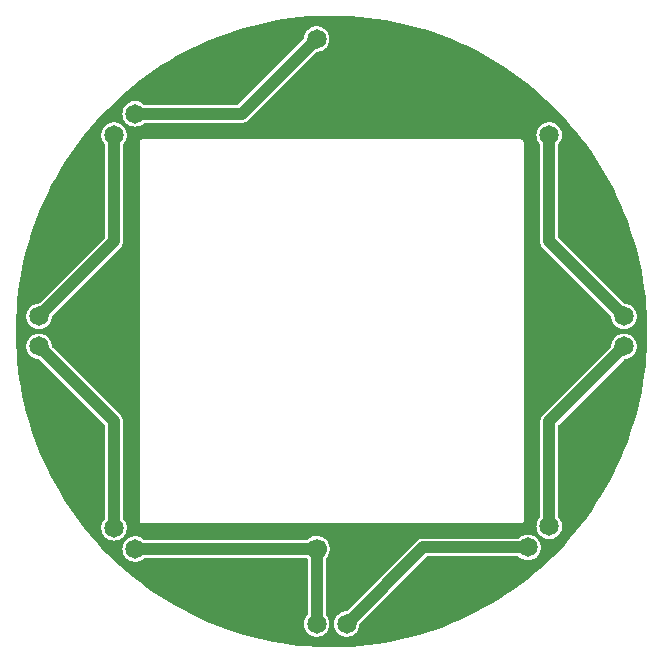
<source format=gtl>
G04 Layer: TopLayer*
G04 EasyEDA v6.5.39, 2025-03-28 13:23:23*
G04 2f9429476ae1470bb185fcf52c2c0986,953214928e7c43af8b9c7e5a0e4489c6,10*
G04 Gerber Generator version 0.2*
G04 Scale: 100 percent, Rotated: No, Reflected: No *
G04 Dimensions in millimeters *
G04 leading zeros omitted , absolute positions ,4 integer and 5 decimal *
%FSLAX45Y45*%
%MOMM*%

%ADD10C,1.0000*%
%ADD11R,1.7000X1.5748*%
%ADD12C,1.7000*%
%ADD13C,1.6510*%

%LPD*%
G36*
X2875686Y56489D02*
G01*
X2802331Y56997D01*
X2729026Y59486D01*
X2655773Y64058D01*
X2582722Y70561D01*
X2509824Y79095D01*
X2437231Y89662D01*
X2364943Y102158D01*
X2293010Y116687D01*
X2221534Y133146D01*
X2150516Y151587D01*
X2080006Y171958D01*
X2010105Y194208D01*
X1940864Y218440D01*
X1872284Y244500D01*
X1804466Y272491D01*
X1737410Y302310D01*
X1671218Y333959D01*
X1605940Y367385D01*
X1541576Y402590D01*
X1478229Y439572D01*
X1415897Y478282D01*
X1354632Y518668D01*
X1294536Y560730D01*
X1235557Y604469D01*
X1177848Y649732D01*
X1121410Y696620D01*
X1066292Y744982D01*
X1012494Y794867D01*
X960069Y846226D01*
X909066Y899007D01*
X859586Y953160D01*
X811580Y1008634D01*
X765098Y1065377D01*
X720191Y1123442D01*
X676910Y1182674D01*
X635254Y1243076D01*
X595325Y1304594D01*
X557022Y1367180D01*
X520496Y1430832D01*
X485749Y1495399D01*
X452729Y1560931D01*
X421538Y1627378D01*
X392226Y1694586D01*
X364744Y1762607D01*
X339090Y1831390D01*
X315366Y1900783D01*
X293573Y1970836D01*
X273710Y2041499D01*
X255778Y2112619D01*
X239826Y2184247D01*
X225806Y2256231D01*
X213766Y2328621D01*
X203758Y2401316D01*
X195732Y2474214D01*
X189687Y2547366D01*
X185674Y2620619D01*
X183692Y2693974D01*
X183692Y2767330D01*
X185674Y2840685D01*
X189738Y2913938D01*
X195732Y2987040D01*
X203809Y3059988D01*
X213817Y3132632D01*
X225856Y3205022D01*
X239877Y3277057D01*
X255828Y3348634D01*
X273761Y3419805D01*
X293674Y3490417D01*
X315468Y3560470D01*
X339191Y3629863D01*
X364845Y3698646D01*
X392328Y3766667D01*
X421690Y3833876D01*
X452882Y3900322D01*
X485851Y3965854D01*
X520649Y4030421D01*
X557174Y4094022D01*
X595477Y4156659D01*
X635457Y4218178D01*
X677062Y4278579D01*
X720394Y4337812D01*
X765251Y4395825D01*
X811733Y4452569D01*
X859739Y4508093D01*
X909269Y4562195D01*
X960272Y4614976D01*
X1012698Y4666284D01*
X1066495Y4716170D01*
X1121613Y4764582D01*
X1178102Y4811420D01*
X1235811Y4856734D01*
X1294739Y4900422D01*
X1354886Y4942484D01*
X1416100Y4982870D01*
X1478432Y5021529D01*
X1541830Y5058511D01*
X1606194Y5093716D01*
X1671472Y5127193D01*
X1737664Y5158790D01*
X1804720Y5188610D01*
X1872538Y5216601D01*
X1941118Y5242661D01*
X2010410Y5266842D01*
X2080310Y5289143D01*
X2150770Y5309514D01*
X2221788Y5327904D01*
X2293315Y5344363D01*
X2365197Y5358892D01*
X2437485Y5371388D01*
X2510129Y5381904D01*
X2582976Y5390438D01*
X2656078Y5396992D01*
X2729280Y5401513D01*
X2802636Y5404002D01*
X2875991Y5404510D01*
X2949346Y5402986D01*
X3022600Y5399481D01*
X3095752Y5393944D01*
X3168751Y5386425D01*
X3241497Y5376875D01*
X3313937Y5365343D01*
X3386074Y5351830D01*
X3457803Y5336336D01*
X3529025Y5318861D01*
X3599789Y5299506D01*
X3669995Y5278170D01*
X3739591Y5254904D01*
X3808526Y5229758D01*
X3876700Y5202732D01*
X3944162Y5173827D01*
X4010761Y5143093D01*
X4076547Y5110581D01*
X4141368Y5076240D01*
X4205224Y5040122D01*
X4268114Y5002276D01*
X4329887Y4962702D01*
X4390593Y4921504D01*
X4450080Y4878578D01*
X4508449Y4834077D01*
X4565497Y4788001D01*
X4621326Y4740402D01*
X4675784Y4691227D01*
X4728921Y4640630D01*
X4780584Y4588560D01*
X4830876Y4535119D01*
X4879644Y4480306D01*
X4926838Y4424172D01*
X4972558Y4366768D01*
X5016652Y4308094D01*
X5059121Y4248251D01*
X5099913Y4187291D01*
X5139029Y4125214D01*
X5176469Y4062120D01*
X5212080Y3998010D01*
X5246014Y3932936D01*
X5278069Y3866946D01*
X5308346Y3800094D01*
X5336743Y3732479D01*
X5363311Y3664102D01*
X5388000Y3594963D01*
X5410758Y3525265D01*
X5431586Y3454908D01*
X5450484Y3383991D01*
X5467451Y3312617D01*
X5482437Y3240786D01*
X5495442Y3168599D01*
X5506466Y3096056D01*
X5515508Y3023260D01*
X5522518Y2950210D01*
X5527548Y2877007D01*
X5530596Y2803702D01*
X5531561Y2730347D01*
X5530596Y2656992D01*
X5527548Y2583688D01*
X5522518Y2510485D01*
X5515457Y2437485D01*
X5506415Y2364638D01*
X5495391Y2292146D01*
X5482386Y2219909D01*
X5467400Y2148128D01*
X5450433Y2076704D01*
X5431536Y2005838D01*
X5410657Y1935480D01*
X5387898Y1865731D01*
X5363210Y1796643D01*
X5336641Y1728266D01*
X5308244Y1660652D01*
X5277967Y1593799D01*
X5245862Y1527810D01*
X5211978Y1462735D01*
X5176316Y1398625D01*
X5138877Y1335532D01*
X5099761Y1273454D01*
X5058968Y1212494D01*
X5016500Y1152652D01*
X4972354Y1094028D01*
X4926685Y1036624D01*
X4879441Y980490D01*
X4830673Y925677D01*
X4780432Y872236D01*
X4728718Y820166D01*
X4675581Y769569D01*
X4621123Y720445D01*
X4565294Y672795D01*
X4508195Y626719D01*
X4449876Y582218D01*
X4390339Y539343D01*
X4329633Y498144D01*
X4267860Y458571D01*
X4205020Y420725D01*
X4141114Y384657D01*
X4076293Y350316D01*
X4010507Y317754D01*
X3943908Y287070D01*
X3876446Y258165D01*
X3808272Y231140D01*
X3739337Y205994D01*
X3669741Y182778D01*
X3599535Y161442D01*
X3528771Y142036D01*
X3457498Y124612D01*
X3385820Y109118D01*
X3313684Y95605D01*
X3241243Y84074D01*
X3168497Y74574D01*
X3095498Y67005D01*
X3022346Y61518D01*
X2949041Y57962D01*
G37*

%LPC*%
G36*
X2730500Y145542D02*
G01*
X2744673Y146507D01*
X2758541Y149250D01*
X2772003Y153822D01*
X2784703Y160070D01*
X2796489Y167995D01*
X2807157Y177342D01*
X2816504Y188010D01*
X2824429Y199796D01*
X2830677Y212496D01*
X2835249Y225958D01*
X2837992Y239826D01*
X2838958Y254000D01*
X2837992Y268173D01*
X2835249Y282041D01*
X2830677Y295503D01*
X2824429Y308203D01*
X2816504Y319989D01*
X2808935Y328676D01*
X2807055Y331774D01*
X2806395Y335381D01*
X2806395Y804214D01*
X2807157Y808024D01*
X2809290Y811276D01*
X2814929Y817118D01*
X2823413Y828497D01*
X2830423Y840892D01*
X2835757Y854049D01*
X2839364Y867816D01*
X2841142Y881887D01*
X2841142Y896112D01*
X2839364Y910183D01*
X2835757Y923950D01*
X2830423Y937107D01*
X2823413Y949502D01*
X2814929Y960882D01*
X2805074Y971092D01*
X2793949Y979932D01*
X2781808Y987298D01*
X2768803Y993038D01*
X2755188Y997102D01*
X2741168Y999388D01*
X2726944Y999845D01*
X2712821Y998474D01*
X2698953Y995324D01*
X2685592Y990396D01*
X2672994Y983843D01*
X2661361Y975715D01*
X2651404Y966622D01*
X2648204Y964692D01*
X2644546Y963980D01*
X1276096Y963980D01*
X1272489Y964641D01*
X1269390Y966520D01*
X1260703Y974140D01*
X1248918Y982014D01*
X1236218Y988263D01*
X1222756Y992835D01*
X1208836Y995629D01*
X1194714Y996543D01*
X1180541Y995629D01*
X1166622Y992835D01*
X1153210Y988263D01*
X1140460Y982014D01*
X1128674Y974140D01*
X1118006Y964793D01*
X1108659Y954125D01*
X1100785Y942340D01*
X1094536Y929589D01*
X1089964Y916178D01*
X1087170Y902258D01*
X1086256Y888085D01*
X1087170Y873963D01*
X1089964Y860044D01*
X1094536Y846582D01*
X1100785Y833882D01*
X1108659Y822096D01*
X1118006Y811428D01*
X1128674Y802081D01*
X1140460Y794207D01*
X1153210Y787908D01*
X1166622Y783336D01*
X1180541Y780592D01*
X1194714Y779678D01*
X1208836Y780592D01*
X1222756Y783336D01*
X1236218Y787908D01*
X1248918Y794207D01*
X1260703Y802081D01*
X1269390Y809650D01*
X1272489Y811530D01*
X1276045Y812190D01*
X2644444Y812190D01*
X2648305Y811428D01*
X2651607Y809193D01*
X2653792Y805891D01*
X2654604Y802030D01*
X2654604Y335381D01*
X2653944Y331774D01*
X2652064Y328676D01*
X2644495Y319989D01*
X2636570Y308203D01*
X2630322Y295503D01*
X2625750Y282041D01*
X2623007Y268173D01*
X2622042Y254000D01*
X2623007Y239826D01*
X2625750Y225958D01*
X2630322Y212496D01*
X2636570Y199796D01*
X2644495Y188010D01*
X2653842Y177342D01*
X2664510Y167995D01*
X2676296Y160070D01*
X2688996Y153822D01*
X2702458Y149250D01*
X2716326Y146507D01*
G37*
G36*
X2984500Y145542D02*
G01*
X2998673Y146507D01*
X3012541Y149250D01*
X3026003Y153822D01*
X3038703Y160070D01*
X3050489Y167995D01*
X3061157Y177342D01*
X3070504Y188010D01*
X3078429Y199796D01*
X3084677Y212496D01*
X3089249Y225958D01*
X3091992Y239826D01*
X3092754Y251358D01*
X3093669Y254863D01*
X3095701Y257860D01*
X3659733Y821893D01*
X3663035Y824128D01*
X3666947Y824890D01*
X4438954Y824890D01*
X4442510Y824230D01*
X4445609Y822350D01*
X4454296Y814781D01*
X4466082Y806907D01*
X4478782Y800608D01*
X4492244Y796036D01*
X4506163Y793292D01*
X4520285Y792378D01*
X4534458Y793292D01*
X4548378Y796036D01*
X4561789Y800608D01*
X4574540Y806907D01*
X4586325Y814781D01*
X4596993Y824128D01*
X4606340Y834796D01*
X4614214Y846582D01*
X4620463Y859282D01*
X4625035Y872744D01*
X4627829Y886663D01*
X4628743Y900785D01*
X4627829Y914958D01*
X4625035Y928878D01*
X4620463Y942289D01*
X4614214Y955040D01*
X4606340Y966825D01*
X4596993Y977493D01*
X4586325Y986840D01*
X4574540Y994714D01*
X4561789Y1000963D01*
X4548378Y1005535D01*
X4534458Y1008329D01*
X4520285Y1009243D01*
X4506163Y1008329D01*
X4492244Y1005535D01*
X4478782Y1000963D01*
X4466082Y994714D01*
X4454296Y986840D01*
X4445609Y979220D01*
X4442510Y977341D01*
X4438904Y976680D01*
X3628644Y976630D01*
X3619804Y975817D01*
X3617366Y975410D01*
X3608730Y973277D01*
X3606393Y972515D01*
X3598164Y969111D01*
X3595979Y967994D01*
X3588359Y963371D01*
X3579520Y956310D01*
X2988360Y365201D01*
X2985363Y363169D01*
X2981858Y362254D01*
X2970326Y361492D01*
X2956458Y358749D01*
X2942996Y354177D01*
X2930296Y347929D01*
X2918510Y340004D01*
X2907842Y330657D01*
X2898495Y319989D01*
X2890570Y308203D01*
X2884322Y295503D01*
X2879750Y282041D01*
X2877007Y268173D01*
X2876042Y254000D01*
X2877007Y239826D01*
X2879750Y225958D01*
X2884322Y212496D01*
X2890570Y199796D01*
X2898495Y188010D01*
X2907842Y177342D01*
X2918510Y167995D01*
X2930296Y160070D01*
X2942996Y153822D01*
X2956458Y149250D01*
X2970326Y146507D01*
G37*
G36*
X1015085Y959256D02*
G01*
X1029258Y960170D01*
X1043178Y962964D01*
X1056589Y967536D01*
X1069340Y973785D01*
X1081125Y981659D01*
X1091793Y991006D01*
X1101140Y1001674D01*
X1109014Y1013460D01*
X1115263Y1026210D01*
X1119835Y1039621D01*
X1122629Y1053541D01*
X1123543Y1067714D01*
X1122629Y1081836D01*
X1119835Y1095756D01*
X1115263Y1109218D01*
X1109014Y1121918D01*
X1101140Y1133703D01*
X1093520Y1142390D01*
X1091692Y1145489D01*
X1091031Y1149045D01*
X1090980Y1972056D01*
X1090117Y1980895D01*
X1089710Y1983333D01*
X1087577Y1991969D01*
X1086815Y1994255D01*
X1083411Y2002485D01*
X1082294Y2004669D01*
X1077722Y2012289D01*
X1076299Y2014321D01*
X1070610Y2021179D01*
X492201Y2599639D01*
X490169Y2602636D01*
X489254Y2606141D01*
X488492Y2617673D01*
X485749Y2631541D01*
X481177Y2645003D01*
X474929Y2657703D01*
X467004Y2669489D01*
X457657Y2680157D01*
X446989Y2689504D01*
X435203Y2697429D01*
X422503Y2703677D01*
X409041Y2708249D01*
X395173Y2710992D01*
X381000Y2711958D01*
X366826Y2710992D01*
X352958Y2708249D01*
X339496Y2703677D01*
X326796Y2697429D01*
X315010Y2689504D01*
X304342Y2680157D01*
X294995Y2669489D01*
X287070Y2657703D01*
X280822Y2645003D01*
X276250Y2631541D01*
X273507Y2617673D01*
X272542Y2603500D01*
X273507Y2589326D01*
X276250Y2575458D01*
X280822Y2561996D01*
X287070Y2549296D01*
X294995Y2537510D01*
X304342Y2526842D01*
X315010Y2517495D01*
X326796Y2509570D01*
X339496Y2503322D01*
X352958Y2498750D01*
X366826Y2496007D01*
X378358Y2495245D01*
X381863Y2494330D01*
X384860Y2492298D01*
X936244Y1940915D01*
X938428Y1937613D01*
X939190Y1933752D01*
X939190Y1149096D01*
X938530Y1145489D01*
X936701Y1142390D01*
X929081Y1133703D01*
X921207Y1121918D01*
X914908Y1109218D01*
X910336Y1095756D01*
X907592Y1081836D01*
X906678Y1067714D01*
X907592Y1053541D01*
X910336Y1039621D01*
X914908Y1026210D01*
X921207Y1013460D01*
X929081Y1001674D01*
X938428Y991006D01*
X949096Y981659D01*
X960882Y973785D01*
X973582Y967536D01*
X987044Y962964D01*
X1000963Y960170D01*
G37*
G36*
X4699914Y971956D02*
G01*
X4714036Y972870D01*
X4727956Y975664D01*
X4741418Y980236D01*
X4754118Y986485D01*
X4765903Y994359D01*
X4776571Y1003706D01*
X4785918Y1014374D01*
X4793792Y1026160D01*
X4800092Y1038910D01*
X4804664Y1052322D01*
X4807407Y1066241D01*
X4808321Y1080414D01*
X4807407Y1094536D01*
X4804664Y1108456D01*
X4800092Y1121918D01*
X4793792Y1134618D01*
X4785918Y1146403D01*
X4778349Y1155090D01*
X4776470Y1158189D01*
X4775809Y1161745D01*
X4775809Y1933752D01*
X4776571Y1937664D01*
X4778806Y1940966D01*
X5330139Y2492298D01*
X5333136Y2494330D01*
X5336641Y2495245D01*
X5348173Y2496007D01*
X5362041Y2498750D01*
X5375503Y2503322D01*
X5388203Y2509570D01*
X5399989Y2517495D01*
X5410657Y2526842D01*
X5420004Y2537510D01*
X5427929Y2549296D01*
X5434177Y2561996D01*
X5438749Y2575458D01*
X5441492Y2589326D01*
X5442458Y2603500D01*
X5441492Y2617673D01*
X5438749Y2631541D01*
X5434177Y2645003D01*
X5427929Y2657703D01*
X5420004Y2669489D01*
X5410657Y2680157D01*
X5399989Y2689504D01*
X5388203Y2697429D01*
X5375503Y2703677D01*
X5362041Y2708249D01*
X5348173Y2710992D01*
X5334000Y2711958D01*
X5319826Y2710992D01*
X5305958Y2708249D01*
X5292496Y2703677D01*
X5279796Y2697429D01*
X5268010Y2689504D01*
X5257342Y2680157D01*
X5247995Y2669489D01*
X5240070Y2657703D01*
X5233822Y2645003D01*
X5229250Y2631541D01*
X5226507Y2617673D01*
X5225745Y2606141D01*
X5224830Y2602636D01*
X5222798Y2599639D01*
X4644390Y2021179D01*
X4637328Y2012340D01*
X4632706Y2004720D01*
X4631588Y2002536D01*
X4628184Y1994306D01*
X4627422Y1991969D01*
X4625289Y1983333D01*
X4624882Y1980895D01*
X4624070Y1972056D01*
X4624019Y1161796D01*
X4623358Y1158189D01*
X4621479Y1155090D01*
X4613859Y1146403D01*
X4605985Y1134618D01*
X4599736Y1121918D01*
X4595164Y1108456D01*
X4592370Y1094536D01*
X4591456Y1080414D01*
X4592370Y1066241D01*
X4595164Y1052322D01*
X4599736Y1038910D01*
X4605985Y1026160D01*
X4613859Y1014374D01*
X4623206Y1003706D01*
X4633874Y994359D01*
X4645660Y986485D01*
X4658410Y980236D01*
X4671822Y975664D01*
X4685741Y972870D01*
G37*
G36*
X1258112Y1104595D02*
G01*
X4456887Y1104595D01*
X4463389Y1105408D01*
X4468926Y1107490D01*
X4474057Y1111046D01*
X4477105Y1114044D01*
X4479747Y1117650D01*
X4482236Y1123188D01*
X4483404Y1130655D01*
X4483404Y4329887D01*
X4482592Y4336389D01*
X4480509Y4341926D01*
X4476953Y4347057D01*
X4473956Y4350105D01*
X4470349Y4352747D01*
X4464812Y4355236D01*
X4457344Y4356404D01*
X1258112Y4356404D01*
X1251610Y4355592D01*
X1246073Y4353509D01*
X1240942Y4349953D01*
X1237894Y4346956D01*
X1235252Y4343349D01*
X1232763Y4337812D01*
X1231595Y4330344D01*
X1231595Y1131112D01*
X1232408Y1124610D01*
X1234490Y1119073D01*
X1238046Y1113942D01*
X1240942Y1111046D01*
X1246073Y1107490D01*
X1251610Y1105408D01*
G37*
G36*
X381000Y2749042D02*
G01*
X395173Y2750007D01*
X409041Y2752750D01*
X422503Y2757322D01*
X435203Y2763570D01*
X446989Y2771495D01*
X457657Y2780842D01*
X467004Y2791510D01*
X474929Y2803296D01*
X481177Y2815996D01*
X485749Y2829458D01*
X488492Y2843326D01*
X489254Y2854858D01*
X490169Y2858363D01*
X492201Y2861360D01*
X1070610Y3439871D01*
X1076299Y3446678D01*
X1077722Y3448710D01*
X1082294Y3456330D01*
X1083411Y3458514D01*
X1086815Y3466744D01*
X1087577Y3469081D01*
X1089710Y3477666D01*
X1090117Y3480104D01*
X1090980Y3488944D01*
X1091031Y4311954D01*
X1091692Y4315510D01*
X1093520Y4318609D01*
X1101140Y4327296D01*
X1109014Y4339082D01*
X1115263Y4351782D01*
X1119835Y4365244D01*
X1122629Y4379163D01*
X1123543Y4393285D01*
X1122629Y4407458D01*
X1119835Y4421378D01*
X1115263Y4434789D01*
X1109014Y4447540D01*
X1101140Y4459325D01*
X1091793Y4469993D01*
X1081125Y4479340D01*
X1069340Y4487214D01*
X1056589Y4493463D01*
X1043178Y4498035D01*
X1029258Y4500829D01*
X1015085Y4501743D01*
X1000963Y4500829D01*
X987044Y4498035D01*
X973582Y4493463D01*
X960882Y4487214D01*
X949096Y4479340D01*
X938428Y4469993D01*
X929081Y4459325D01*
X921207Y4447540D01*
X914908Y4434789D01*
X910336Y4421378D01*
X907592Y4407458D01*
X906678Y4393285D01*
X907592Y4379163D01*
X910336Y4365244D01*
X914908Y4351782D01*
X921207Y4339082D01*
X929081Y4327296D01*
X936701Y4318609D01*
X938530Y4315510D01*
X939190Y4311904D01*
X939190Y3527247D01*
X938428Y3523386D01*
X936244Y3520084D01*
X384860Y2968701D01*
X381863Y2966669D01*
X378358Y2965754D01*
X366826Y2964992D01*
X352958Y2962249D01*
X339496Y2957677D01*
X326796Y2951429D01*
X315010Y2943504D01*
X304342Y2934157D01*
X294995Y2923489D01*
X287070Y2911703D01*
X280822Y2899003D01*
X276250Y2885541D01*
X273507Y2871673D01*
X272542Y2857500D01*
X273507Y2843326D01*
X276250Y2829458D01*
X280822Y2815996D01*
X287070Y2803296D01*
X294995Y2791510D01*
X304342Y2780842D01*
X315010Y2771495D01*
X326796Y2763570D01*
X339496Y2757322D01*
X352958Y2752750D01*
X366826Y2750007D01*
G37*
G36*
X5334000Y2749042D02*
G01*
X5348173Y2750007D01*
X5362041Y2752750D01*
X5375503Y2757322D01*
X5388203Y2763570D01*
X5399989Y2771495D01*
X5410657Y2780842D01*
X5420004Y2791510D01*
X5427929Y2803296D01*
X5434177Y2815996D01*
X5438749Y2829458D01*
X5441492Y2843326D01*
X5442458Y2857500D01*
X5441492Y2871673D01*
X5438749Y2885541D01*
X5434177Y2899003D01*
X5427929Y2911703D01*
X5420004Y2923489D01*
X5410657Y2934157D01*
X5399989Y2943504D01*
X5388203Y2951429D01*
X5375503Y2957677D01*
X5362041Y2962249D01*
X5348173Y2964992D01*
X5336641Y2965754D01*
X5333136Y2966669D01*
X5330139Y2968701D01*
X4778806Y3520033D01*
X4776571Y3523335D01*
X4775809Y3527247D01*
X4775809Y4311954D01*
X4776470Y4315510D01*
X4778349Y4318609D01*
X4785918Y4327296D01*
X4793792Y4339082D01*
X4800092Y4351782D01*
X4804664Y4365244D01*
X4807407Y4379163D01*
X4808321Y4393285D01*
X4807407Y4407458D01*
X4804664Y4421378D01*
X4800092Y4434789D01*
X4793792Y4447540D01*
X4785918Y4459325D01*
X4776571Y4469993D01*
X4765903Y4479340D01*
X4754118Y4487214D01*
X4741418Y4493463D01*
X4727956Y4498035D01*
X4714036Y4500829D01*
X4699914Y4501743D01*
X4685741Y4500829D01*
X4671822Y4498035D01*
X4658410Y4493463D01*
X4645660Y4487214D01*
X4633874Y4479340D01*
X4623206Y4469993D01*
X4613859Y4459325D01*
X4605985Y4447540D01*
X4599736Y4434789D01*
X4595164Y4421378D01*
X4592370Y4407458D01*
X4591456Y4393285D01*
X4592370Y4379163D01*
X4595164Y4365244D01*
X4599736Y4351782D01*
X4605985Y4339082D01*
X4613859Y4327296D01*
X4621479Y4318609D01*
X4623358Y4315510D01*
X4624019Y4311904D01*
X4624070Y3488944D01*
X4624882Y3480104D01*
X4625289Y3477666D01*
X4627422Y3469030D01*
X4628184Y3466693D01*
X4631588Y3458464D01*
X4632706Y3456279D01*
X4637328Y3448659D01*
X4644390Y3439820D01*
X5222798Y2861360D01*
X5224830Y2858363D01*
X5225745Y2854858D01*
X5226507Y2843326D01*
X5229250Y2829458D01*
X5233822Y2815996D01*
X5240070Y2803296D01*
X5247995Y2791510D01*
X5257342Y2780842D01*
X5268010Y2771495D01*
X5279796Y2763570D01*
X5292496Y2757322D01*
X5305958Y2752750D01*
X5319826Y2750007D01*
G37*
G36*
X1194714Y4464456D02*
G01*
X1208836Y4465370D01*
X1222756Y4468164D01*
X1236218Y4472736D01*
X1248918Y4478985D01*
X1260703Y4486859D01*
X1269390Y4494479D01*
X1272489Y4496308D01*
X1276045Y4496968D01*
X2099056Y4497019D01*
X2107895Y4497882D01*
X2110333Y4498289D01*
X2118918Y4500422D01*
X2121255Y4501184D01*
X2129485Y4504588D01*
X2131669Y4505706D01*
X2139289Y4510278D01*
X2141321Y4511700D01*
X2148128Y4517390D01*
X2726639Y5095798D01*
X2729636Y5097830D01*
X2733141Y5098745D01*
X2744673Y5099507D01*
X2758541Y5102250D01*
X2772003Y5106822D01*
X2784703Y5113070D01*
X2796489Y5120995D01*
X2807157Y5130342D01*
X2816504Y5141010D01*
X2824429Y5152796D01*
X2830677Y5165496D01*
X2835249Y5178958D01*
X2837992Y5192826D01*
X2838958Y5207000D01*
X2837992Y5221173D01*
X2835249Y5235041D01*
X2830677Y5248503D01*
X2824429Y5261203D01*
X2816504Y5272989D01*
X2807157Y5283657D01*
X2796489Y5293004D01*
X2784703Y5300929D01*
X2772003Y5307177D01*
X2758541Y5311749D01*
X2744673Y5314492D01*
X2730500Y5315458D01*
X2716326Y5314492D01*
X2702458Y5311749D01*
X2688996Y5307177D01*
X2676296Y5300929D01*
X2664510Y5293004D01*
X2653842Y5283657D01*
X2644495Y5272989D01*
X2636570Y5261203D01*
X2630322Y5248503D01*
X2625750Y5235041D01*
X2623007Y5221173D01*
X2622245Y5209641D01*
X2621330Y5206136D01*
X2619298Y5203139D01*
X2067915Y4651756D01*
X2064613Y4649571D01*
X2060752Y4648809D01*
X1276096Y4648809D01*
X1272489Y4649470D01*
X1269390Y4651298D01*
X1260703Y4658918D01*
X1248918Y4666792D01*
X1236218Y4673092D01*
X1222756Y4677664D01*
X1208836Y4680407D01*
X1194714Y4681321D01*
X1180541Y4680407D01*
X1166622Y4677664D01*
X1153210Y4673092D01*
X1140460Y4666792D01*
X1128674Y4658918D01*
X1118006Y4649571D01*
X1108659Y4638903D01*
X1100785Y4627118D01*
X1094536Y4614418D01*
X1089964Y4600956D01*
X1087170Y4587036D01*
X1086256Y4572914D01*
X1087170Y4558741D01*
X1089964Y4544822D01*
X1094536Y4531410D01*
X1100785Y4518660D01*
X1108659Y4506874D01*
X1118006Y4496206D01*
X1128674Y4486859D01*
X1140460Y4478985D01*
X1153210Y4472736D01*
X1166622Y4468164D01*
X1180541Y4465370D01*
G37*

%LPD*%
D10*
X2984497Y254002D02*
G01*
X3631283Y900788D01*
X4520308Y900788D01*
X4699911Y1080391D02*
G01*
X4699911Y1969416D01*
X5333997Y2603502D01*
X4699911Y4393288D02*
G01*
X4699911Y3491588D01*
X5333997Y2857502D01*
X2730497Y5207002D02*
G01*
X2096386Y4572891D01*
X1194711Y4572891D01*
X1015108Y4393288D02*
G01*
X1015108Y3491613D01*
X380997Y2857502D01*
X380997Y2603502D02*
G01*
X1015108Y1969391D01*
X1015108Y1067691D01*
X2730497Y254002D02*
G01*
X2730497Y889002D01*
X1194711Y888088D02*
G01*
X2729583Y888088D01*
X2730497Y889002D01*
D11*
G01*
X2984500Y889000D03*
D12*
G01*
X2730500Y889000D03*
D13*
G01*
X1194701Y888098D03*
G01*
X1015098Y1067701D03*
G01*
X381000Y2603500D03*
G01*
X381000Y2857500D03*
G01*
X1015098Y4393298D03*
G01*
X1194701Y4572901D03*
G01*
X2730500Y5207000D03*
G01*
X2984500Y5207000D03*
G01*
X4699901Y4393298D03*
G01*
X4520298Y4572901D03*
G01*
X5334000Y2603500D03*
G01*
X5334000Y2857500D03*
G01*
X4520298Y900798D03*
G01*
X4699901Y1080401D03*
G01*
X2730500Y254000D03*
G01*
X2984500Y254000D03*
M02*

</source>
